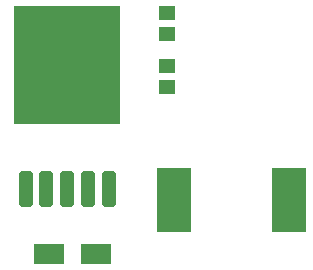
<source format=gtp>
G04*
G04 #@! TF.GenerationSoftware,Altium Limited,Altium Designer,21.6.1 (37)*
G04*
G04 Layer_Color=8421504*
%FSLAX25Y25*%
%MOIN*%
G70*
G04*
G04 #@! TF.SameCoordinates,DC8E1805-1AE0-4662-A60C-033F26306971*
G04*
G04*
G04 #@! TF.FilePolarity,Positive*
G04*
G01*
G75*
G04:AMPARAMS|DCode=13|XSize=47.24mil|YSize=120.08mil|CornerRadius=11.81mil|HoleSize=0mil|Usage=FLASHONLY|Rotation=0.000|XOffset=0mil|YOffset=0mil|HoleType=Round|Shape=RoundedRectangle|*
%AMROUNDEDRECTD13*
21,1,0.04724,0.09646,0,0,0.0*
21,1,0.02362,0.12008,0,0,0.0*
1,1,0.02362,0.01181,-0.04823*
1,1,0.02362,-0.01181,-0.04823*
1,1,0.02362,-0.01181,0.04823*
1,1,0.02362,0.01181,0.04823*
%
%ADD13ROUNDEDRECTD13*%
%ADD14R,0.35433X0.39370*%
%ADD15R,0.05315X0.04528*%
%ADD16R,0.11417X0.21260*%
%ADD17R,0.09843X0.06693*%
D13*
X380221Y295161D02*
D03*
X387110D02*
D03*
X394000D02*
D03*
X400890D02*
D03*
X407780D02*
D03*
D14*
X394000Y336500D02*
D03*
D15*
X427165Y353839D02*
D03*
Y346949D02*
D03*
Y336122D02*
D03*
Y329232D02*
D03*
D16*
X467913Y291339D02*
D03*
X429724D02*
D03*
D17*
X387795Y273622D02*
D03*
X403543D02*
D03*
M02*

</source>
